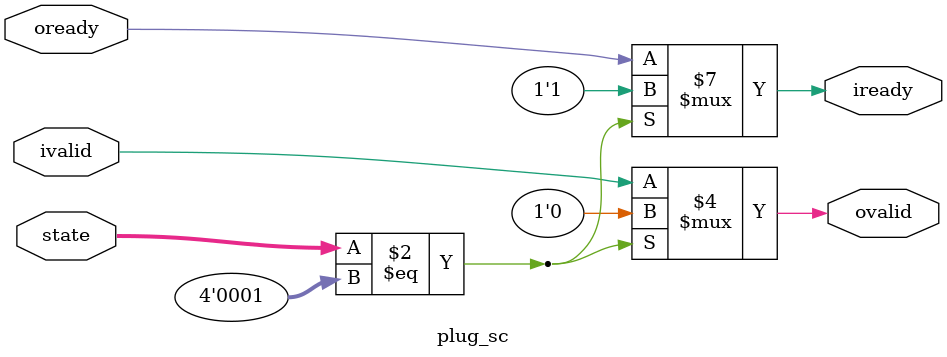
<source format=v>
module plug_sc(
	input		ivalid,
	input		oready,
	input[3:0]	state,

	output		iready,
	output		ovalid
);

always@* begin
	if(state == 'b0001) begin
		iready	= 'b1;
		ovalid	= 'b0;
	end
	else begin
		iready	= oready;
		ovalid	= ivalid;
	end
end

endmodule
</source>
